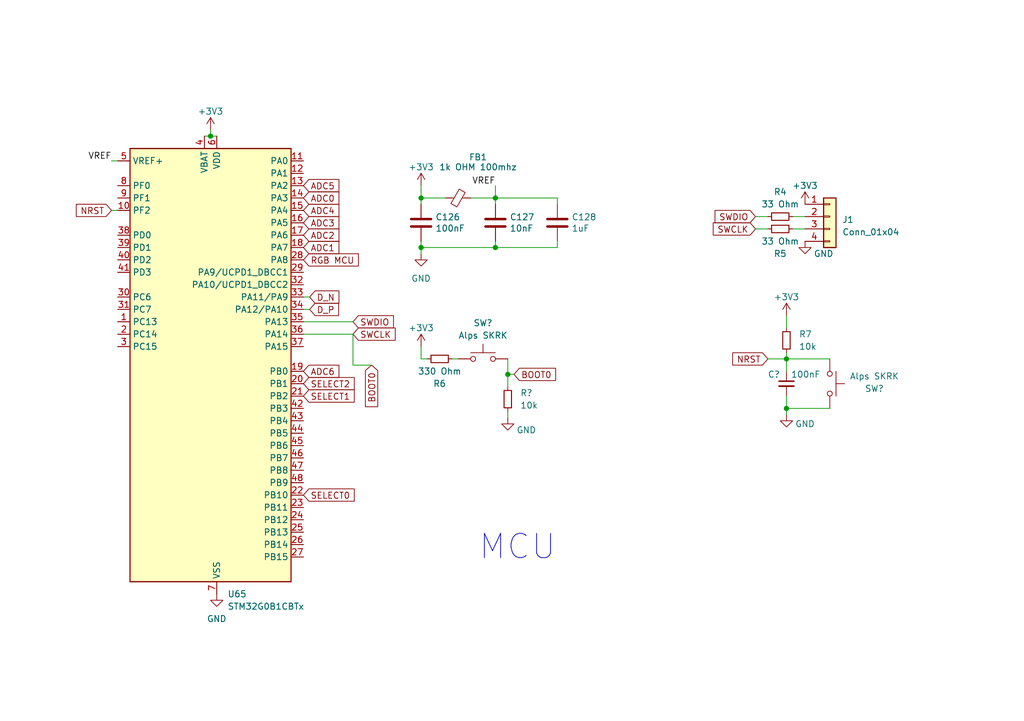
<source format=kicad_sch>
(kicad_sch (version 20231120) (generator "eeschema") (generator_version "8.0")
  (paper "A5")
  (lib_symbols
    (symbol "Connector_Generic:Conn_01x04" (pin_names (offset 1.016) hide)
      (property "Reference" "J" (at 0 5.08 0))
      (property "Value" "Conn_01x04" (at 0 -7.62 0))
      (symbol "Conn_01x04_1_1"
        (rectangle (start -1.27 -4.953) (end 0 -5.207) (stroke (width 0.1524)))
        (rectangle (start -1.27 -2.413) (end 0 -2.667) (stroke (width 0.1524)))
        (rectangle (start -1.27 0.127) (end 0 -0.127) (stroke (width 0.1524)))
        (rectangle (start -1.27 2.667) (end 0 2.413) (stroke (width 0.1524)))
        (rectangle (start -1.27 3.81) (end 1.27 -6.35) (stroke (width 0.254)) (fill (type background)))
        (pin passive line (at -5.08 2.54 0) (length 3.81) (name "Pin_1") (number "1"))
        (pin passive line (at -5.08 0 0) (length 3.81) (name "Pin_2") (number "2"))
        (pin passive line (at -5.08 -2.54 0) (length 3.81) (name "Pin_3") (number "3"))
        (pin passive line (at -5.08 -5.08 0) (length 3.81) (name "Pin_4") (number "4"))
      )
    )
    (symbol "Device:C" (pin_numbers hide) (pin_names (offset 0.254))
      (property "Reference" "C" (at 0.635 2.54 0))
      (property "Value" "C" (at 0.635 -2.54 0))
      (symbol "C_0_1"
        (polyline (pts (xy -2.032 -0.762) (xy 2.032 -0.762)) (stroke (width 0.508)))
        (polyline (pts (xy -2.032 0.762) (xy 2.032 0.762)) (stroke (width 0.508)))
      )
      (symbol "C_1_1"
        (pin passive line (at 0 3.81 270) (length 2.794) (name "~") (number "1"))
        (pin passive line (at 0 -3.81 90) (length 2.794) (name "~") (number "2"))
      )
    )
    (symbol "Device:C_Small" (pin_numbers hide) (pin_names (offset 0.254) hide)
      (property "Reference" "C" (at 0.254 1.778 0))
      (property "Value" "C_Small" (at 0.254 -2.032 0))
      (symbol "C_Small_0_1"
        (polyline (pts (xy -1.524 -0.508) (xy 1.524 -0.508)) (stroke (width 0.3302)))
        (polyline (pts (xy -1.524 0.508) (xy 1.524 0.508)) (stroke (width 0.3048)))
      )
      (symbol "C_Small_1_1"
        (pin passive line (at 0 2.54 270) (length 2.032) (name "~") (number "1"))
        (pin passive line (at 0 -2.54 90) (length 2.032) (name "~") (number "2"))
      )
    )
    (symbol "Device:FerriteBead_Small" (pin_numbers hide) (pin_names (offset 0))
      (property "Reference" "FB" (at 1.905 1.27 0))
      (property "Value" "FerriteBead_Small" (at 1.905 -1.27 0))
      (symbol "FerriteBead_Small_0_1"
        (polyline (pts (xy 0 -1.27) (xy 0 -0.7874)))
        (polyline (pts (xy 0 0.889) (xy 0 1.2954)))
        (polyline (pts (xy -1.8288 0.2794) (xy -1.1176 1.4986) (xy 1.8288 -0.2032) (xy 1.1176 -1.4224) (xy -1.8288 0.2794)))
      )
      (symbol "FerriteBead_Small_1_1"
        (pin passive line (at 0 2.54 270) (length 1.27) (name "~") (number "1"))
        (pin passive line (at 0 -2.54 90) (length 1.27) (name "~") (number "2"))
      )
    )
    (symbol "Device:R_Small" (pin_numbers hide) (pin_names (offset 0.254) hide)
      (property "Reference" "R" (at 0.762 0.508 0))
      (property "Value" "R_Small" (at 0.762 -1.016 0))
      (symbol "R_Small_0_1"
        (rectangle (start -0.762 1.778) (end 0.762 -1.778) (stroke (width 0.2032)))
      )
      (symbol "R_Small_1_1"
        (pin passive line (at 0 2.54 270) (length 0.762) (name "~") (number "1"))
        (pin passive line (at 0 -2.54 90) (length 0.762) (name "~") (number "2"))
      )
    )
    (symbol "MCU_ST_STM32G0:STM32G0B1CBTx"
      (property "Reference" "U" (at -15.24 46.99 0))
      (property "Value" "STM32G0B1CBTx" (at 5.08 46.99 0))
      (symbol "STM32G0B1CBTx_0_1"
        (rectangle (start -15.24 -43.18) (end 17.78 45.72) (stroke (width 0.254)) (fill (type background)))
      )
      (symbol "STM32G0B1CBTx_1_1"
        (pin bidirectional line (at -17.78 10.16 0) (length 2.54) (name "PC13") (number "1"))
        (pin bidirectional line (at -17.78 33.02 0) (length 2.54) (name "PF2") (number "10"))
        (pin bidirectional line (at 20.32 43.18 180) (length 2.54) (name "PA0") (number "11"))
        (pin bidirectional line (at 20.32 40.64 180) (length 2.54) (name "PA1") (number "12"))
        (pin bidirectional line (at 20.32 38.1 180) (length 2.54) (name "PA2") (number "13"))
        (pin bidirectional line (at 20.32 35.56 180) (length 2.54) (name "PA3") (number "14"))
        (pin bidirectional line (at 20.32 33.02 180) (length 2.54) (name "PA4") (number "15"))
        (pin bidirectional line (at 20.32 30.48 180) (length 2.54) (name "PA5") (number "16"))
        (pin bidirectional line (at 20.32 27.94 180) (length 2.54) (name "PA6") (number "17"))
        (pin bidirectional line (at 20.32 25.4 180) (length 2.54) (name "PA7") (number "18"))
        (pin bidirectional line (at 20.32 0 180) (length 2.54) (name "PB0") (number "19"))
        (pin bidirectional line (at -17.78 7.62 0) (length 2.54) (name "PC14") (number "2"))
        (pin bidirectional line (at 20.32 -2.54 180) (length 2.54) (name "PB1") (number "20"))
        (pin bidirectional line (at 20.32 -5.08 180) (length 2.54) (name "PB2") (number "21"))
        (pin bidirectional line (at 20.32 -25.4 180) (length 2.54) (name "PB10") (number "22"))
        (pin bidirectional line (at 20.32 -27.94 180) (length 2.54) (name "PB11") (number "23"))
        (pin bidirectional line (at 20.32 -30.48 180) (length 2.54) (name "PB12") (number "24"))
        (pin bidirectional line (at 20.32 -33.02 180) (length 2.54) (name "PB13") (number "25"))
        (pin bidirectional line (at 20.32 -35.56 180) (length 2.54) (name "PB14") (number "26"))
        (pin bidirectional line (at 20.32 -38.1 180) (length 2.54) (name "PB15") (number "27"))
        (pin bidirectional line (at 20.32 22.86 180) (length 2.54) (name "PA8") (number "28"))
        (pin bidirectional line (at 20.32 20.32 180) (length 2.54) (name "PA9/UCPD1_DBCC1") (number "29"))
        (pin bidirectional line (at -17.78 5.08 0) (length 2.54) (name "PC15") (number "3"))
        (pin bidirectional line (at -17.78 15.24 0) (length 2.54) (name "PC6") (number "30"))
        (pin bidirectional line (at -17.78 12.7 0) (length 2.54) (name "PC7") (number "31"))
        (pin bidirectional line (at 20.32 17.78 180) (length 2.54) (name "PA10/UCPD1_DBCC2") (number "32"))
        (pin bidirectional line (at 20.32 15.24 180) (length 2.54) (name "PA11/PA9") (number "33"))
        (pin bidirectional line (at 20.32 12.7 180) (length 2.54) (name "PA12/PA10") (number "34"))
        (pin bidirectional line (at 20.32 10.16 180) (length 2.54) (name "PA13") (number "35"))
        (pin bidirectional line (at 20.32 7.62 180) (length 2.54) (name "PA14") (number "36"))
        (pin bidirectional line (at 20.32 5.08 180) (length 2.54) (name "PA15") (number "37"))
        (pin bidirectional line (at -17.78 27.94 0) (length 2.54) (name "PD0") (number "38"))
        (pin bidirectional line (at -17.78 25.4 0) (length 2.54) (name "PD1") (number "39"))
        (pin power_in line (at 0 48.26 270) (length 2.54) (name "VBAT") (number "4"))
        (pin bidirectional line (at -17.78 22.86 0) (length 2.54) (name "PD2") (number "40"))
        (pin bidirectional line (at -17.78 20.32 0) (length 2.54) (name "PD3") (number "41"))
        (pin bidirectional line (at 20.32 -7.62 180) (length 2.54) (name "PB3") (number "42"))
        (pin bidirectional line (at 20.32 -10.16 180) (length 2.54) (name "PB4") (number "43"))
        (pin bidirectional line (at 20.32 -12.7 180) (length 2.54) (name "PB5") (number "44"))
        (pin bidirectional line (at 20.32 -15.24 180) (length 2.54) (name "PB6") (number "45"))
        (pin bidirectional line (at 20.32 -17.78 180) (length 2.54) (name "PB7") (number "46"))
        (pin bidirectional line (at 20.32 -20.32 180) (length 2.54) (name "PB8") (number "47"))
        (pin bidirectional line (at 20.32 -22.86 180) (length 2.54) (name "PB9") (number "48"))
        (pin input line (at -17.78 43.18 0) (length 2.54) (name "VREF+") (number "5"))
        (pin power_in line (at 2.54 48.26 270) (length 2.54) (name "VDD") (number "6"))
        (pin power_in line (at 2.54 -45.72 90) (length 2.54) (name "VSS") (number "7"))
        (pin bidirectional line (at -17.78 38.1 0) (length 2.54) (name "PF0") (number "8"))
        (pin bidirectional line (at -17.78 35.56 0) (length 2.54) (name "PF1") (number "9"))
      )
    )
    (symbol "Switch:SW_Push" (pin_numbers hide) (pin_names (offset 1.016) hide)
      (property "Reference" "SW" (at 1.27 2.54 0))
      (property "Value" "SW_Push" (at 0 -1.524 0))
      (symbol "SW_Push_0_1"
        (circle (center -2.032 0) (radius 0.508))
        (polyline (pts (xy 0 1.27) (xy 0 3.048)))
        (polyline (pts (xy 2.54 1.27) (xy -2.54 1.27)))
        (circle (center 2.032 0) (radius 0.508))
        (pin passive line (at -5.08 0 0) (length 2.54) (name "1") (number "1"))
        (pin passive line (at 5.08 0 180) (length 2.54) (name "2") (number "2"))
      )
    )
    (symbol "power:+3V3" (power) (pin_names (offset 0))
      (property "Value" "+3V3" (at 0 3.556 0))
      (symbol "+3V3_0_1"
        (polyline (pts (xy -0.762 1.27) (xy 0 2.54)))
        (polyline (pts (xy 0 0) (xy 0 2.54)))
        (polyline (pts (xy 0 2.54) (xy 0.762 1.27)))
      )
      (symbol "+3V3_1_1"
        (pin power_in line (at 0 0 90) (length 0) hide (name "+3V3") (number "1"))
      )
    )
    (symbol "power:GND" (power) (pin_names (offset 0))
      (property "Value" "GND" (at 0 -3.81 0))
      (symbol "GND_0_1"
        (polyline (pts (xy 0 0) (xy 0 -1.27) (xy 1.27 -1.27) (xy 0 -2.54) (xy -1.27 -1.27) (xy 0 -1.27)))
      )
      (symbol "GND_1_1"
        (pin power_in line (at 0 0 270) (length 0) hide (name "GND") (number "1"))
      )
    )
  )
  (junction (at 101.6 40.64))
  (junction (at 101.6 50.8))
  (junction (at 43.18 27.94))
  (junction (at 104.14 76.835))
  (junction (at 161.29 73.66))
  (junction (at 161.29 83.82))
  (junction (at 86.36 50.8))
  (junction (at 86.36 40.64))
  (wire (pts (xy 43.18 27.94) (xy 44.45 27.94)))
  (wire (pts (xy 41.91 27.94) (xy 43.18 27.94)))
  (wire (pts (xy 72.39 74.93) (xy 72.39 68.58)))
  (wire (pts (xy 86.36 73.66) (xy 87.63 73.66)))
  (wire (pts (xy 161.29 81.28) (xy 161.29 83.82)))
  (wire (pts (xy 161.29 73.66) (xy 161.29 76.2)))
  (wire (pts (xy 86.36 41.91) (xy 86.36 40.64)))
  (wire (pts (xy 161.29 64.77) (xy 161.29 67.31)))
  (wire (pts (xy 96.52 40.64) (xy 101.6 40.64)))
  (wire (pts (xy 86.36 73.66) (xy 86.36 71.12)))
  (wire (pts (xy 162.56 44.45) (xy 165.1 44.45)))
  (wire (pts (xy 76.2 74.93) (xy 72.39 74.93)))
  (wire (pts (xy 86.36 38.1) (xy 86.36 40.64)))
  (wire (pts (xy 63.5 63.5) (xy 62.23 63.5)))
  (wire (pts (xy 72.39 68.58) (xy 62.23 68.58)))
  (wire (pts (xy 104.14 76.835) (xy 105.41 76.835)))
  (wire (pts (xy 161.29 83.82) (xy 170.18 83.82)))
  (wire (pts (xy 63.5 60.96) (xy 62.23 60.96)))
  (wire (pts (xy 22.86 33.02) (xy 24.13 33.02)))
  (wire (pts (xy 101.6 38.1) (xy 101.6 40.64)))
  (wire (pts (xy 114.3 50.8) (xy 114.3 49.53)))
  (wire (pts (xy 86.36 50.8) (xy 101.6 50.8)))
  (wire (pts (xy 22.86 43.18) (xy 24.13 43.18)))
  (wire (pts (xy 43.18 26.67) (xy 43.18 27.94)))
  (wire (pts (xy 154.94 46.99) (xy 157.48 46.99)))
  (wire (pts (xy 161.29 85.09) (xy 161.29 83.82)))
  (wire (pts (xy 86.36 50.8) (xy 86.36 52.07)))
  (wire (pts (xy 101.6 50.8) (xy 101.6 49.53)))
  (wire (pts (xy 72.39 66.04) (xy 62.23 66.04)))
  (wire (pts (xy 104.14 76.835) (xy 104.14 79.375)))
  (wire (pts (xy 162.56 46.99) (xy 165.1 46.99)))
  (wire (pts (xy 104.14 84.455) (xy 104.14 85.725)))
  (wire (pts (xy 114.3 40.64) (xy 114.3 41.91)))
  (wire (pts (xy 92.71 73.66) (xy 93.98 73.66)))
  (wire (pts (xy 101.6 41.91) (xy 101.6 40.64)))
  (wire (pts (xy 154.94 44.45) (xy 157.48 44.45)))
  (wire (pts (xy 101.6 40.64) (xy 114.3 40.64)))
  (wire (pts (xy 161.29 73.66) (xy 170.18 73.66)))
  (wire (pts (xy 161.29 72.39) (xy 161.29 73.66)))
  (wire (pts (xy 157.48 73.66) (xy 161.29 73.66)))
  (wire (pts (xy 86.36 40.64) (xy 91.44 40.64)))
  (wire (pts (xy 104.14 73.66) (xy 104.14 76.835)))
  (wire (pts (xy 101.6 50.8) (xy 114.3 50.8)))
  (wire (pts (xy 86.36 50.8) (xy 86.36 49.53)))
  (text "MCU" (at 98.044 115.316 0) (effects (font (size 5 5)) (justify left bottom)))
  (label "VREF" (at 101.6 38.1 180))
  (label "VREF" (at 22.86 33.02 180))
  (global_label "ADC2" (shape input) (at 62.23 48.26 0) (property "Intersheetrefs" "${INTERSHEET_REFS}" (effects (hide yes))))
  (global_label "ADC0" (shape input) (at 62.23 40.64 0) (property "Intersheetrefs" "${INTERSHEET_REFS}" (effects (hide yes))))
  (global_label "SWDIO" (shape input) (at 154.94 44.45 180) (property "Intersheetrefs" "${INTERSHEET_REFS}" (effects (hide yes))))
  (global_label "BOOT0" (shape input) (at 76.2 74.93 270) (property "Intersheetrefs" "${INTERSHEET_REFS}" (effects (hide yes))))
  (global_label "SELECT2" (shape input) (at 62.23 78.74 0) (property "Intersheetrefs" "${INTERSHEET_REFS}" (effects (hide yes))))
  (global_label "ADC6" (shape input) (at 62.23 76.2 0) (property "Intersheetrefs" "${INTERSHEET_REFS}" (effects (hide yes))))
  (global_label "NRST" (shape input) (at 22.86 43.18 180) (property "Intersheetrefs" "${INTERSHEET_REFS}" (effects (hide yes))))
  (global_label "SELECT1" (shape input) (at 62.23 81.28 0) (property "Intersheetrefs" "${INTERSHEET_REFS}" (effects (hide yes))))
  (global_label "D_N" (shape input) (at 63.5 60.96 0) (property "Intersheetrefs" "${INTERSHEET_REFS}" (effects (hide yes))))
  (global_label "SWCLK" (shape input) (at 72.39 68.58 0) (property "Intersheetrefs" "${INTERSHEET_REFS}" (effects (hide yes))))
  (global_label "ADC1" (shape input) (at 62.23 50.8 0) (property "Intersheetrefs" "${INTERSHEET_REFS}" (effects (hide yes))))
  (global_label "ADC4" (shape input) (at 62.23 43.18 0) (property "Intersheetrefs" "${INTERSHEET_REFS}" (effects (hide yes))))
  (global_label "RGB MCU" (shape input) (at 62.23 53.34 0) (property "Intersheetrefs" "${INTERSHEET_REFS}" (effects (hide yes))))
  (global_label "SELECT0" (shape input) (at 62.23 101.6 0) (property "Intersheetrefs" "${INTERSHEET_REFS}" (effects (hide yes))))
  (global_label "ADC3" (shape input) (at 62.23 45.72 0) (property "Intersheetrefs" "${INTERSHEET_REFS}" (effects (hide yes))))
  (global_label "D_P" (shape input) (at 63.5 63.5 0) (property "Intersheetrefs" "${INTERSHEET_REFS}" (effects (hide yes))))
  (global_label "SWDIO" (shape input) (at 72.39 66.04 0) (property "Intersheetrefs" "${INTERSHEET_REFS}" (effects (hide yes))))
  (global_label "SWCLK" (shape input) (at 154.94 46.99 180) (property "Intersheetrefs" "${INTERSHEET_REFS}" (effects (hide yes))))
  (global_label "ADC5" (shape input) (at 62.23 38.1 0) (property "Intersheetrefs" "${INTERSHEET_REFS}" (effects (hide yes))))
  (global_label "NRST" (shape input) (at 157.48 73.66 180) (property "Intersheetrefs" "${INTERSHEET_REFS}" (effects (hide yes))))
  (global_label "BOOT0" (shape input) (at 105.41 76.835 0) (property "Intersheetrefs" "${INTERSHEET_REFS}" (effects (hide yes))))
  (symbol (lib_id "power:GND") (at 104.14 85.725 0) (unit 1)
    (property "Reference" "#PWR?" (effects (hide yes)))
    (property "Value" "GND" (at 107.95 88.265 0))
    (instances (project "TKL" (path "" (reference "#PWR?") (unit 1))) (project "vootington V4N STM32G0B1CBT6" (path "" (reference "#PWR0163") (unit 1))) (project "le_capybara" (path "" (reference "#PWR016") (unit 1))))
  )
  (symbol (lib_id "power:+3V3") (at 86.36 38.1 0) (unit 1)
    (property "Reference" "#PWR0158" (effects (hide yes)))
    (property "Value" "+3V3" (at 86.36 34.29 0))
  )
  (symbol (lib_id "Device:C") (at 86.36 45.72 0) (unit 1)
    (property "Reference" "C126" (at 89.281 44.5516 0) (effects (justify left)))
    (property "Value" "100nF" (at 89.281 46.863 0) (effects (justify left)))
    (property "Footprint" "Capacitor_SMD:C_0402_1005Metric" (effects (hide yes)))
    (property "LCSC" "C307331" (effects (hide yes)))
  )
  (symbol (lib_id "power:GND") (at 161.29 85.09 0) (mirror y) (unit 1)
    (property "Reference" "#PWR?" (effects (hide yes)))
    (property "Value" "GND" (at 165.1 86.995 0))
    (instances (project "TKL" (path "" (reference "#PWR?") (unit 1))) (project "vootington V4N STM32G0B1CBT6" (path "" (reference "#PWR0164") (unit 1))) (project "le_capybara" (path "" (reference "#PWR022") (unit 1))))
  )
  (symbol (lib_id "Connector_Generic:Conn_01x04") (at 170.18 44.45 0) (unit 1)
    (property "Reference" "J1" (at 172.72 45.085 0) (effects (justify left)))
    (property "Value" "Conn_01x04" (at 172.72 47.625 0) (effects (justify left)))
    (property "Footprint" "Connector_PinHeader_2.54mm:PinHeader_1x04_P2.54mm_Vertical" (effects (hide yes)))
  )
  (symbol (lib_id "Device:R_Small") (at 104.14 81.915 0) (unit 1)
    (property "Reference" "R?" (at 106.68 80.6449 0) (effects (justify left)))
    (property "Value" "10k" (at 106.68 83.1849 0) (effects (justify left)))
    (property "Footprint" "Resistor_SMD:R_0402_1005Metric" (effects (hide yes)))
    (instances (project "TKL" (path "" (reference "R?") (unit 1))) (project "vootington V4N STM32G0B1CBT6" (path "" (reference "R1") (unit 1))) (project "le_capybara" (path "" (reference "R3") (unit 1))))
  )
  (symbol (lib_id "Device:R_Small") (at 160.02 46.99 90) (unit 1)
    (property "Reference" "R5" (at 160.02 52.07 90))
    (property "Value" "33 Ohm" (at 160.02 49.53 90))
    (property "Footprint" "Resistor_SMD:R_0402_1005Metric" (effects (hide yes)))
  )
  (symbol (lib_id "MCU_ST_STM32G0:STM32G0B1CBTx") (at 41.91 76.2 0) (unit 1)
    (property "Reference" "U65" (at 46.6441 121.92 0) (effects (justify left)))
    (property "Value" "STM32G0B1CBTx" (at 46.6441 124.46 0) (effects (justify left)))
    (property "Footprint" "Package_QFP:LQFP-48_7x7mm_P0.5mm" (effects (hide yes)))
    (property "Datasheet" "https://www.st.com/resource/en/datasheet/stm32g0b1cb.pdf" (effects (hide yes)))
    (property "Description" "STMicroelectronics Arm Cortex-M0+ MCU, 128KB flash, 144KB RAM, 64 MHz, 1.7-3.6V, 44 GPIO, LQFP48" (effects (hide yes)))
  )
  (symbol (lib_id "Switch:SW_Push") (at 170.18 78.74 270) (unit 1)
    (property "Reference" "SW?" (at 179.324 79.756 90))
    (property "Value" "Alps SKRK" (at 179.324 77.216 90))
    (property "Footprint" "Button_Switch_SMD:SW_Push_SPST_NO_Alps_SKRK" (effects (hide yes)))
    (property "LCSC" "C115351" (effects (hide yes)))
    (instances (project "TKL" (path "" (reference "SW?") (unit 1))) (project "vootington V4N STM32G0B1CBT6" (path "" (reference "SW2") (unit 1))) (project "le_capybara" (path "" (reference "SW37") (unit 1))))
  )
  (symbol (lib_id "Device:R_Small") (at 161.29 69.85 0) (unit 1)
    (property "Reference" "R7" (at 163.83 68.5799 0) (effects (justify left)))
    (property "Value" "10k" (at 163.83 71.1199 0) (effects (justify left)))
    (property "Footprint" "Resistor_SMD:R_0402_1005Metric" (effects (hide yes)))
  )
  (symbol (lib_id "Device:R_Small") (at 90.17 73.66 90) (unit 1)
    (property "Reference" "R6" (at 90.17 78.74 90))
    (property "Value" "330 Ohm" (at 90.17 76.2 90))
    (property "Footprint" "Resistor_SMD:R_0402_1005Metric" (effects (hide yes)))
  )
  (symbol (lib_id "Device:C") (at 101.6 45.72 0) (unit 1)
    (property "Reference" "C127" (at 104.521 44.5516 0) (effects (justify left)))
    (property "Value" "10nF" (at 104.521 46.863 0) (effects (justify left)))
    (property "Footprint" "Capacitor_SMD:C_0402_1005Metric" (effects (hide yes)))
  )
  (symbol (lib_id "Switch:SW_Push") (at 99.06 73.66 0) (unit 1)
    (property "Reference" "SW?" (at 99.06 66.294 0))
    (property "Value" "Alps SKRK" (at 99.06 68.834 0))
    (property "Footprint" "Button_Switch_SMD:SW_Push_SPST_NO_Alps_SKRK" (effects (hide yes)))
    (property "LCSC" "C115351" (effects (hide yes)))
    (instances (project "TKL" (path "" (reference "SW?") (unit 1))) (project "vootington V4N STM32G0B1CBT6" (path "" (reference "SW1") (unit 1))) (project "le_capybara" (path "" (reference "SW37") (unit 1))))
  )
  (symbol (lib_id "power:+3V3") (at 43.18 26.67 0) (unit 1)
    (property "Reference" "#PWR0382" (effects (hide yes)))
    (property "Value" "+3V3" (at 43.18 22.86 0))
  )
  (symbol (lib_id "Device:C") (at 114.3 45.72 0) (unit 1)
    (property "Reference" "C128" (at 117.221 44.5516 0) (effects (justify left)))
    (property "Value" "1uF" (at 117.221 46.863 0) (effects (justify left)))
    (property "Footprint" "Capacitor_SMD:C_0402_1005Metric" (effects (hide yes)))
  )
  (symbol (lib_id "Device:R_Small") (at 160.02 44.45 90) (unit 1)
    (property "Reference" "R4" (at 160.02 39.37 90))
    (property "Value" "33 Ohm" (at 160.02 41.91 90))
    (property "Footprint" "Resistor_SMD:R_0402_1005Metric" (effects (hide yes)))
  )
  (symbol (lib_id "power:GND") (at 86.36 52.07 0) (unit 1)
    (property "Reference" "#PWR0383" (effects (hide yes)))
    (property "Value" "GND" (at 86.36 57.15 0))
  )
  (symbol (lib_id "power:GND") (at 165.1 49.53 0) (mirror y) (unit 1)
    (property "Reference" "#PWR?" (effects (hide yes)))
    (property "Value" "GND" (at 168.91 52.07 0))
    (instances (project "TKL" (path "" (reference "#PWR?") (unit 1))) (project "vootington V4N STM32G0B1CBT6" (path "" (reference "#PWR0162") (unit 1))) (project "le_capybara" (path "" (reference "#PWR022") (unit 1))))
  )
  (symbol (lib_id "power:+3V3") (at 86.36 71.12 0) (mirror y) (unit 1)
    (property "Reference" "#PWR0160" (effects (hide yes)))
    (property "Value" "+3V3" (at 86.36 67.31 0))
    (instances (project "vootington V4N STM32G0B1CBT6" (path "" (reference "#PWR0160") (unit 1))) (project "le_capybara" (path "" (reference "#PWR015") (unit 1))))
  )
  (symbol (lib_id "power:+3V3") (at 161.29 64.77 0) (unit 1)
    (property "Reference" "#PWR0159" (effects (hide yes)))
    (property "Value" "+3V3" (at 161.29 60.96 0))
  )
  (symbol (lib_id "power:+3V3") (at 165.1 41.91 0) (unit 1)
    (property "Reference" "#PWR0161" (effects (hide yes)))
    (property "Value" "+3V3" (at 165.1 38.1 0))
    (instances (project "vootington V4N STM32G0B1CBT6" (path "" (reference "#PWR0161") (unit 1))) (project "le_capybara" (path "" (reference "#PWR01") (unit 1))))
  )
  (symbol (lib_id "power:GND") (at 44.45 121.92 0) (unit 1)
    (property "Reference" "#PWR0381" (effects (hide yes)))
    (property "Value" "GND" (at 44.45 127 0))
  )
  (symbol (lib_id "Device:FerriteBead_Small") (at 93.98 40.64 90) (unit 1)
    (property "Reference" "FB1" (at 98.044 32.258 90))
    (property "Value" "1k OHM 100mhz" (at 98.044 34.29 90))
    (property "Footprint" "Fuse:Fuse_0402_1005Metric" (effects (hide yes)))
    (property "Description" "Ferrite bead, small symbol" (effects (hide yes)))
  )
  (symbol (lib_id "Device:C_Small") (at 161.29 78.74 0) (mirror y) (unit 1)
    (property "Reference" "C?" (at 160.02 76.835 0) (effects (justify left)))
    (property "Value" "100nF" (at 168.275 76.835 0) (effects (justify left)))
    (property "Footprint" "Capacitor_SMD:C_0402_1005Metric" (effects (hide yes)))
    (property "LCSC" "C307331" (effects (hide yes)))
    (instances (project "TKL" (path "" (reference "C?") (unit 1))) (project "vootington V4N STM32G0B1CBT6" (path "" (reference "C59") (unit 1))) (project "le_capybara" (path "" (reference "C17") (unit 1))))
  )
)
</source>
